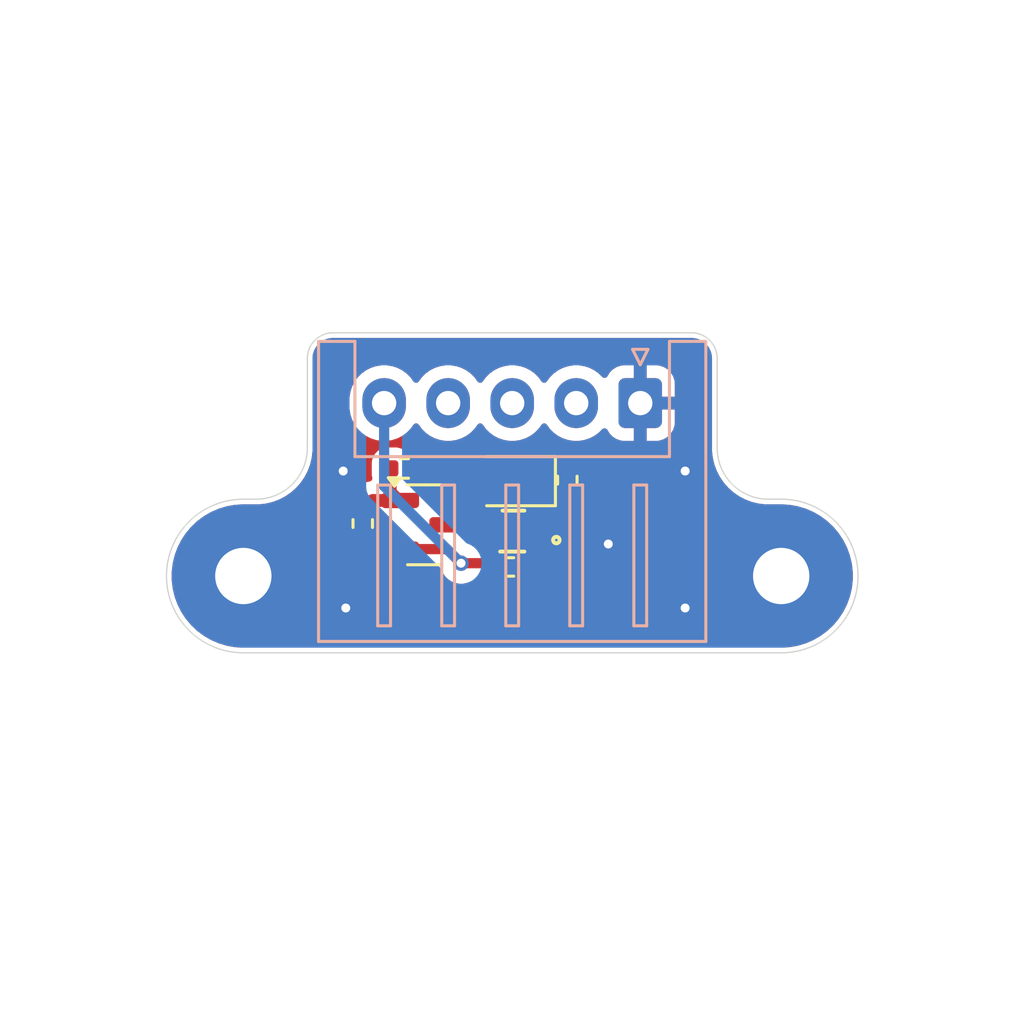
<source format=kicad_pcb>
(kicad_pcb (version 20241229) (generator "pcbnew") (generator_version "9.0")
  (layers (0 "F.Cu" signal) (2 "B.Cu" signal) (13 "F.Paste" user) (15 "B.Paste" user) (5 "F.SilkS" user "F.Silkscreen") (7 "B.SilkS" user "B.Silkscreen") (1 "F.Mask" user) (3 "B.Mask" user) (25 "Edge.Cuts" user))
  (net 0 "")
  (net 1 "GND")
  (net 2 "+3V3")
  (net 3 "Net-(D1-A)")
  (net 4 "Net-(D1-K)")
  (net 5 "/AUX_LED")
  (net 6 "/SDA")
  (net 7 "/SCL")
  (net 8 "Net-(Q1-G)")
  (footprint "Resistor_SMD:R_0402_1005Metric" (layer "F.Cu") (at 152.15 103.755867 90)
    (property "Reference" "R3" (hide yes))
    (property "Value" "27")
    (fp_line (start -0.153641 -0.38) (end 0.153641 -0.38) (stroke (width 0.12)) (layer "F.SilkS"))
    (fp_line (start -0.153641 0.38) (end 0.153641 0.38) (stroke (width 0.12)) (layer "F.SilkS"))
    (pad "1" smd roundrect (at -0.51 0 90) (size 0.54 0.64) (layers "F.Cu" "F.Mask" "F.Paste") (net 4 "Net-(D1-K)"))
    (pad "2" smd roundrect (at 0.51 0 90) (size 0.54 0.64) (layers "F.Cu" "F.Mask" "F.Paste") (net 1 "GND"))
  )
  (footprint "Resistor_SMD:R_0402_1005Metric" (layer "F.Cu") (at 145.795867 103.3 180)
    (property "Reference" "R2" (hide yes))
    (property "Value" "100")
    (fp_line (start -0.153641 0.38) (end 0.153641 0.38) (stroke (width 0.12)) (layer "F.SilkS"))
    (fp_line (start -0.153641 -0.38) (end 0.153641 -0.38) (stroke (width 0.12)) (layer "F.SilkS"))
    (pad "1" smd roundrect (at -0.51 0 180) (size 0.54 0.64) (layers "F.Cu" "F.Mask" "F.Paste") (net 5 "/AUX_LED"))
    (pad "2" smd roundrect (at 0.51 0 180) (size 0.54 0.64) (layers "F.Cu" "F.Mask" "F.Paste") (net 8 "Net-(Q1-G)"))
  )
  (footprint "rgb_sensor:SMD_L3328_VIS" (layer "F.Cu") (at 150 105.745867 180)
    (property "Reference" "U1" (hide yes))
    (property "Value" "VEML3328")
    (fp_line (start 0.472971 -0.8001) (end -0.472971 -0.8001) (stroke (width 0.1524)) (layer "F.SilkS"))
    (fp_line (start -0.472971 0.8001) (end 0.379571 0.8001) (stroke (width 0.1524)) (layer "F.SilkS"))
    (fp_circle (center -1.7209 -0.35) (end -1.5939 -0.35) (stroke (width 0.1524)) (fill no) (layer "F.SilkS"))
    (pad "1" smd rect (at -0.837499 -0.349999 180) (size 0.4318 0.3048) (layers "F.Cu" "F.Mask" "F.Paste") (net 1 "GND"))
    (pad "2" smd rect (at -0.837499 0.349999 180) (size 0.4318 0.3048) (layers "F.Cu" "F.Mask" "F.Paste") (net 6 "/SDA"))
    (pad "3" smd rect (at 0.787334 0.349999 180) (size 0.5334 0.3556) (layers "F.Cu" "F.Mask" "F.Paste") (net 7 "/SCL"))
    (pad "4" smd rect (at 0.837499 -0.349999 180) (size 0.4318 0.3048) (layers "F.Cu" "F.Mask" "F.Paste") (net 2 "+3V3"))
  )
  (footprint "MountingHole:MountingHole_2.2mm_M2_Pad" (layer "F.Cu") (at 160.5 107.5)
    (property "Reference" "H2" (hide yes))
    (property "Value" "MountingHole_Pad")
    (pad "1" thru_hole circle (at 0 0) (size 4.4 4.4) (drill 2.2) (layers "*.Cu" "*.Mask") (net 1 "GND"))
  )
  (footprint "MountingHole:MountingHole_2.2mm_M2_Pad" (layer "F.Cu") (at 139.5 107.5)
    (property "Reference" "H1" (hide yes))
    (property "Value" "MountingHole_Pad")
    (pad "1" thru_hole circle (at 0 0) (size 4.4 4.4) (drill 2.2) (layers "*.Cu" "*.Mask") (net 1 "GND"))
  )
  (footprint "Package_TO_SOT_SMD:SOT-23" (layer "F.Cu") (at 146.5625 105.5)
    (property "Reference" "Q1" (hide yes))
    (property "Value" "AO3401A")
    (fp_line (start 0 -1.56) (end -0.65 -1.56) (stroke (width 0.12)) (layer "F.SilkS"))
    (fp_line (start 0 -1.56) (end 0.65 -1.56) (stroke (width 0.12)) (layer "F.SilkS"))
    (fp_line (start 0 1.56) (end -0.65 1.56) (stroke (width 0.12)) (layer "F.SilkS"))
    (fp_line (start 0 1.56) (end 0.65 1.56) (stroke (width 0.12)) (layer "F.SilkS"))
    (fp_poly (pts (xy -1.1625 -1.51) (xy -1.4025 -1.84) (xy -0.9225 -1.84)) (stroke (width 0.12)) (fill yes) (layer "F.SilkS"))
    (pad "1" smd roundrect (at -0.9375 -0.95) (size 1.475 0.6) (layers "F.Cu" "F.Mask" "F.Paste") (net 8 "Net-(Q1-G)"))
    (pad "2" smd roundrect (at -0.9375 0.95) (size 1.475 0.6) (layers "F.Cu" "F.Mask" "F.Paste") (net 2 "+3V3"))
    (pad "3" smd roundrect (at 0.9375 0) (size 1.475 0.6) (layers "F.Cu" "F.Mask" "F.Paste") (net 3 "Net-(D1-A)"))
  )
  (footprint "Resistor_SMD:R_0402_1005Metric" (layer "F.Cu") (at 144.1625 105.45 -90)
    (property "Reference" "R1" (hide yes))
    (property "Value" "1M")
    (fp_line (start -0.153641 0.38) (end 0.153641 0.38) (stroke (width 0.12)) (layer "F.SilkS"))
    (fp_line (start -0.153641 -0.38) (end 0.153641 -0.38) (stroke (width 0.12)) (layer "F.SilkS"))
    (pad "1" smd roundrect (at -0.51 0 270) (size 0.54 0.64) (layers "F.Cu" "F.Mask" "F.Paste") (net 8 "Net-(Q1-G)"))
    (pad "2" smd roundrect (at 0.51 0 270) (size 0.54 0.64) (layers "F.Cu" "F.Mask" "F.Paste") (net 2 "+3V3"))
  )
  (footprint "LED_SMD:LED_0805_2012Metric" (layer "F.Cu") (at 150 103.795867 180)
    (property "Reference" "D1" (hide yes))
    (property "Value" "LED")
    (fp_line (start 1 -0.96) (end -1.685 -0.96) (stroke (width 0.12)) (layer "F.SilkS"))
    (fp_line (start -1.685 0.96) (end 1 0.96) (stroke (width 0.12)) (layer "F.SilkS"))
    (fp_line (start -1.685 -0.96) (end -1.685 0.96) (stroke (width 0.12)) (layer "F.SilkS"))
    (pad "1" smd roundrect (at -0.9375 0 180) (size 0.975 1.4) (layers "F.Cu" "F.Mask" "F.Paste") (net 4 "Net-(D1-K)"))
    (pad "2" smd roundrect (at 0.9375 0 180) (size 0.975 1.4) (layers "F.Cu" "F.Mask" "F.Paste") (net 3 "Net-(D1-A)"))
  )
  (footprint "Capacitor_SMD:C_0402_1005Metric" (layer "F.Cu") (at 149.95 107.145867)
    (property "Reference" "C1" (hide yes))
    (property "Value" "100n")
    (fp_line (start -0.107836 -0.36) (end 0.107836 -0.36) (stroke (width 0.12)) (layer "F.SilkS"))
    (fp_line (start -0.107836 0.36) (end 0.107836 0.36) (stroke (width 0.12)) (layer "F.SilkS"))
    (pad "1" smd roundrect (at -0.48 0) (size 0.56 0.62) (layers "F.Cu" "F.Mask" "F.Paste") (net 2 "+3V3"))
    (pad "2" smd roundrect (at 0.48 0) (size 0.56 0.62) (layers "F.Cu" "F.Mask" "F.Paste") (net 1 "GND"))
  )
  (footprint "Connector_JST:JST_XH_S5B-XH-A_1x05_P2.50mm_Horizontal" (layer "B.Cu") (at 154.997129 100.745867 180)
    (property "Reference" "J1" (hide yes))
    (property "Value" "Conn_01x05")
    (fp_line (start 12.56 2.41) (end 11.14 2.41) (stroke (width 0.12)) (layer "B.SilkS"))
    (fp_line (start 12.56 -9.31) (end 12.56 2.41) (stroke (width 0.12)) (layer "B.SilkS"))
    (fp_line (start 11.14 2.41) (end 11.14 -2.09) (stroke (width 0.12)) (layer "B.SilkS"))
    (fp_line (start 11.14 -2.09) (end 5 -2.09) (stroke (width 0.12)) (layer "B.SilkS"))
    (fp_line (start 10.25 -3.2) (end 9.75 -3.2) (stroke (width 0.12)) (layer "B.SilkS"))
    (fp_line (start 10.25 -8.7) (end 10.25 -3.2) (stroke (width 0.12)) (layer "B.SilkS"))
    (fp_line (start 9.75 -3.2) (end 9.75 -8.7) (stroke (width 0.12)) (layer "B.SilkS"))
    (fp_line (start 9.75 -8.7) (end 10.25 -8.7) (stroke (width 0.12)) (layer "B.SilkS"))
    (fp_line (start 7.75 -3.2) (end 7.25 -3.2) (stroke (width 0.12)) (layer "B.SilkS"))
    (fp_line (start 7.75 -8.7) (end 7.75 -3.2) (stroke (width 0.12)) (layer "B.SilkS"))
    (fp_line (start 7.25 -3.2) (end 7.25 -8.7) (stroke (width 0.12)) (layer "B.SilkS"))
    (fp_line (start 7.25 -8.7) (end 7.75 -8.7) (stroke (width 0.12)) (layer "B.SilkS"))
    (fp_line (start 5.25 -3.2) (end 4.75 -3.2) (stroke (width 0.12)) (layer "B.SilkS"))
    (fp_line (start 5.25 -8.7) (end 5.25 -3.2) (stroke (width 0.12)) (layer "B.SilkS"))
    (fp_line (start 5 -9.31) (end 12.56 -9.31) (stroke (width 0.12)) (layer "B.SilkS"))
    (fp_line (start 5 -9.31) (end -2.56 -9.31) (stroke (width 0.12)) (layer "B.SilkS"))
    (fp_line (start 4.75 -3.2) (end 4.75 -8.7) (stroke (width 0.12)) (layer "B.SilkS"))
    (fp_line (start 4.75 -8.7) (end 5.25 -8.7) (stroke (width 0.12)) (layer "B.SilkS"))
    (fp_line (start 2.75 -3.2) (end 2.25 -3.2) (stroke (width 0.12)) (layer "B.SilkS"))
    (fp_line (start 2.75 -8.7) (end 2.75 -3.2) (stroke (width 0.12)) (layer "B.SilkS"))
    (fp_line (start 2.25 -3.2) (end 2.25 -8.7) (stroke (width 0.12)) (layer "B.SilkS"))
    (fp_line (start 2.25 -8.7) (end 2.75 -8.7) (stroke (width 0.12)) (layer "B.SilkS"))
    (fp_line (start 0.3 2.1) (end 0 1.5) (stroke (width 0.12)) (layer "B.SilkS"))
    (fp_line (start 0.25 -3.2) (end -0.25 -3.2) (stroke (width 0.12)) (layer "B.SilkS"))
    (fp_line (start 0.25 -8.7) (end 0.25 -3.2) (stroke (width 0.12)) (layer "B.SilkS"))
    (fp_line (start 0 1.5) (end -0.3 2.1) (stroke (width 0.12)) (layer "B.SilkS"))
    (fp_line (start -0.25 -3.2) (end -0.25 -8.7) (stroke (width 0.12)) (layer "B.SilkS"))
    (fp_line (start -0.25 -8.7) (end 0.25 -8.7) (stroke (width 0.12)) (layer "B.SilkS"))
    (fp_line (start -0.3 2.1) (end 0.3 2.1) (stroke (width 0.12)) (layer "B.SilkS"))
    (fp_line (start -1.14 2.41) (end -1.14 -2.09) (stroke (width 0.12)) (layer "B.SilkS"))
    (fp_line (start -1.14 -2.09) (end 5 -2.09) (stroke (width 0.12)) (layer "B.SilkS"))
    (fp_line (start -2.56 2.41) (end -1.14 2.41) (stroke (width 0.12)) (layer "B.SilkS"))
    (fp_line (start -2.56 -9.31) (end -2.56 2.41) (stroke (width 0.12)) (layer "B.SilkS"))
    (pad "1" thru_hole roundrect (at 0 0 180) (size 1.7 1.95) (drill 0.95) (layers "*.Cu" "*.Mask") (roundrect_rratio 0.147059) (net 1 "GND"))
    (pad "2" thru_hole oval (at 2.5 0 180) (size 1.7 1.95) (drill 0.95) (layers "*.Cu" "*.Mask") (net 6 "/SDA"))
    (pad "3" thru_hole oval (at 5 0 180) (size 1.7 1.95) (drill 0.95) (layers "*.Cu" "*.Mask") (net 7 "/SCL"))
    (pad "4" thru_hole oval (at 7.5 0 180) (size 1.7 1.95) (drill 0.95) (layers "*.Cu" "*.Mask") (net 5 "/AUX_LED"))
    (pad "5" thru_hole oval (at 10 0 180) (size 1.7 1.95) (drill 0.95) (layers "*.Cu" "*.Mask") (net 2 "+3V3"))
  )
  (gr_line (start 142 102.5) (end 142 99) (stroke (width 0.05)) (layer "Edge.Cuts"))
  (gr_arc (start 160.5 104.5) (mid 163.5 107.5) (end 160.5 110.5) (stroke (width 0.05)) (layer "Edge.Cuts"))
  (gr_line (start 160.5 104.5) (end 160 104.5) (stroke (width 0.05)) (layer "Edge.Cuts"))
  (gr_arc (start 139.5 110.5) (mid 136.5 107.5) (end 139.5 104.5) (stroke (width 0.05)) (layer "Edge.Cuts"))
  (gr_line (start 158 99) (end 158 102.5) (stroke (width 0.05)) (layer "Edge.Cuts"))
  (gr_line (start 143 98) (end 157 98) (stroke (width 0.05)) (layer "Edge.Cuts"))
  (gr_arc (start 160 104.5) (mid 158.585786 103.914214) (end 158 102.5) (stroke (width 0.05)) (layer "Edge.Cuts"))
  (gr_line (start 160.5 110.5) (end 139.5 110.5) (stroke (width 0.05)) (layer "Edge.Cuts"))
  (gr_arc (start 142 102.5) (mid 141.414214 103.914214) (end 140 104.5) (stroke (width 0.05)) (layer "Edge.Cuts"))
  (gr_line (start 139.5 104.5) (end 140 104.5) (stroke (width 0.05)) (layer "Edge.Cuts"))
  (gr_arc (start 157 98) (mid 157.707107 98.292893) (end 158 99) (stroke (width 0.05)) (layer "Edge.Cuts"))
  (gr_arc (start 142 99) (mid 142.292893 98.292893) (end 143 98) (stroke (width 0.05)) (layer "Edge.Cuts"))
  (segment (start 150.837499 106.095866) (end 150.837499 106.738368) (width 0.4) (layer "F.Cu") (net 1))
  (segment (start 150.837499 106.738368) (end 150.43 107.145867) (width 0.4) (layer "F.Cu") (net 1))
  (via (at 156.75 108.75) (size 0.6) (drill 0.35) (layers "F.Cu" "B.Cu") (net 1))
  (via (at 143.4 103.4) (size 0.6) (drill 0.35) (layers "F.Cu" "B.Cu") (net 1))
  (via (at 153.75 106.25) (size 0.6) (drill 0.35) (layers "F.Cu" "B.Cu") (net 1))
  (via (at 156.75 103.4) (size 0.6) (drill 0.35) (layers "F.Cu" "B.Cu") (net 1))
  (via (at 143.5 108.75) (size 0.6) (drill 0.35) (layers "F.Cu" "B.Cu") (net 1))
  (segment (start 147.45 106.45) (end 148 107) (width 0.4) (layer "F.Cu") (net 2))
  (segment (start 145.625 106.45) (end 147.45 106.45) (width 0.4) (layer "F.Cu") (net 2))
  (segment (start 149.162501 106.095866) (end 149.162501 106.838368) (width 0.4) (layer "F.Cu") (net 2))
  (segment (start 145.625 106.45) (end 144.6525 106.45) (width 0.4) (layer "F.Cu") (net 2))
  (segment (start 149.162501 106.838368) (end 149.47 107.145867) (width 0.4) (layer "F.Cu") (net 2))
  (segment (start 144.6525 106.45) (end 144.1625 105.96) (width 0.4) (layer "F.Cu") (net 2))
  (segment (start 149.324133 107) (end 149.47 107.145867) (width 0.4) (layer "F.Cu") (net 2))
  (segment (start 148 107) (end 149.324133 107) (width 0.4) (layer "F.Cu") (net 2))
  (segment (start 144.200001 105.997501) (end 144.1625 105.96) (width 0.4) (layer "F.Cu") (net 2))
  (via (at 148 107) (size 0.6) (drill 0.35) (layers "F.Cu" "B.Cu") (net 2))
  (segment (start 144.997129 103.997129) (end 148 107) (width 0.4) (layer "B.Cu") (net 2))
  (segment (start 144.997129 100.745867) (end 144.997129 103.997129) (width 0.4) (layer "B.Cu") (net 2))
  (segment (start 147.5 105.5) (end 147.5 105.358367) (width 0.4) (layer "F.Cu") (net 3))
  (segment (start 147.5 105.358367) (end 149.0625 103.795867) (width 0.4) (layer "F.Cu") (net 3))
  (segment (start 152.15 104.265867) (end 151.4075 104.265867) (width 0.4) (layer "F.Cu") (net 4))
  (segment (start 151.4075 104.265867) (end 150.9375 103.795867) (width 0.4) (layer "F.Cu") (net 4))
  (segment (start 145.625 104.55) (end 144.5525 104.55) (width 0.5) (layer "F.Cu") (net 8))
  (segment (start 145.285867 103.3) (end 145.285867 104.210867) (width 0.4) (layer "F.Cu") (net 8))
  (segment (start 145.285867 104.210867) (end 145.625 104.55) (width 0.4) (layer "F.Cu") (net 8))
  (segment (start 144.5525 104.55) (end 144.1625 104.94) (width 0.5) (layer "F.Cu") (net 8))
  (zone (net 1) (net_name "GND") (layers "F.Cu" "B.Cu") (connect_pads (clearance 0.5)) (min_thickness 0.25) (fill yes (thermal_gap 0.5) (thermal_bridge_width 0.5))
    (polygon (pts (xy 130 85) (xy 170 85) (xy 170 124.5) (xy 130 124.5)))
  )
)
</source>
